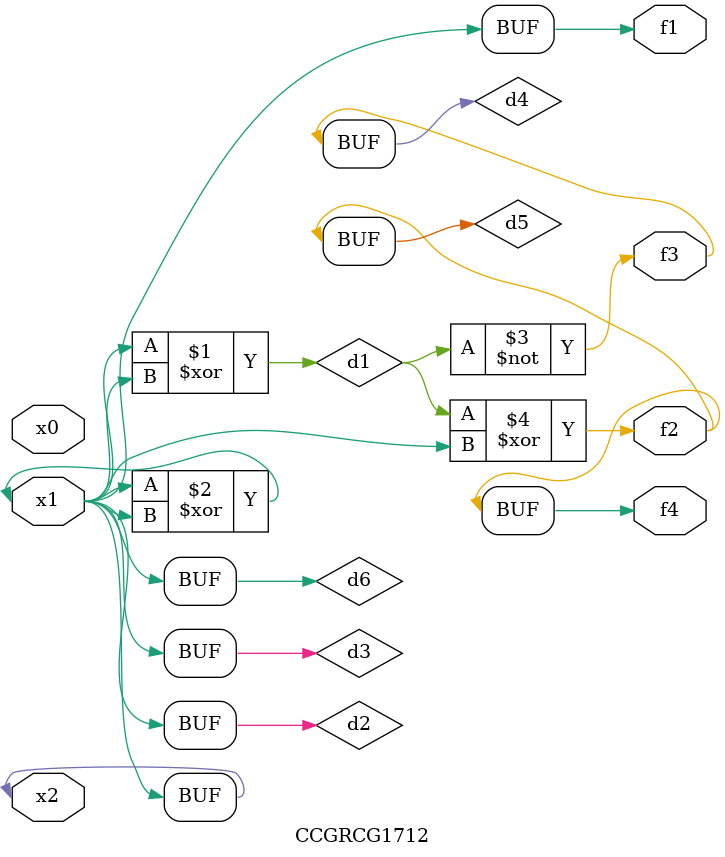
<source format=v>
module CCGRCG1712(
	input x0, x1, x2,
	output f1, f2, f3, f4
);

	wire d1, d2, d3, d4, d5, d6;

	xor (d1, x1, x2);
	buf (d2, x1, x2);
	xor (d3, x1, x2);
	nor (d4, d1);
	xor (d5, d1, d2);
	buf (d6, d2, d3);
	assign f1 = d6;
	assign f2 = d5;
	assign f3 = d4;
	assign f4 = d5;
endmodule

</source>
